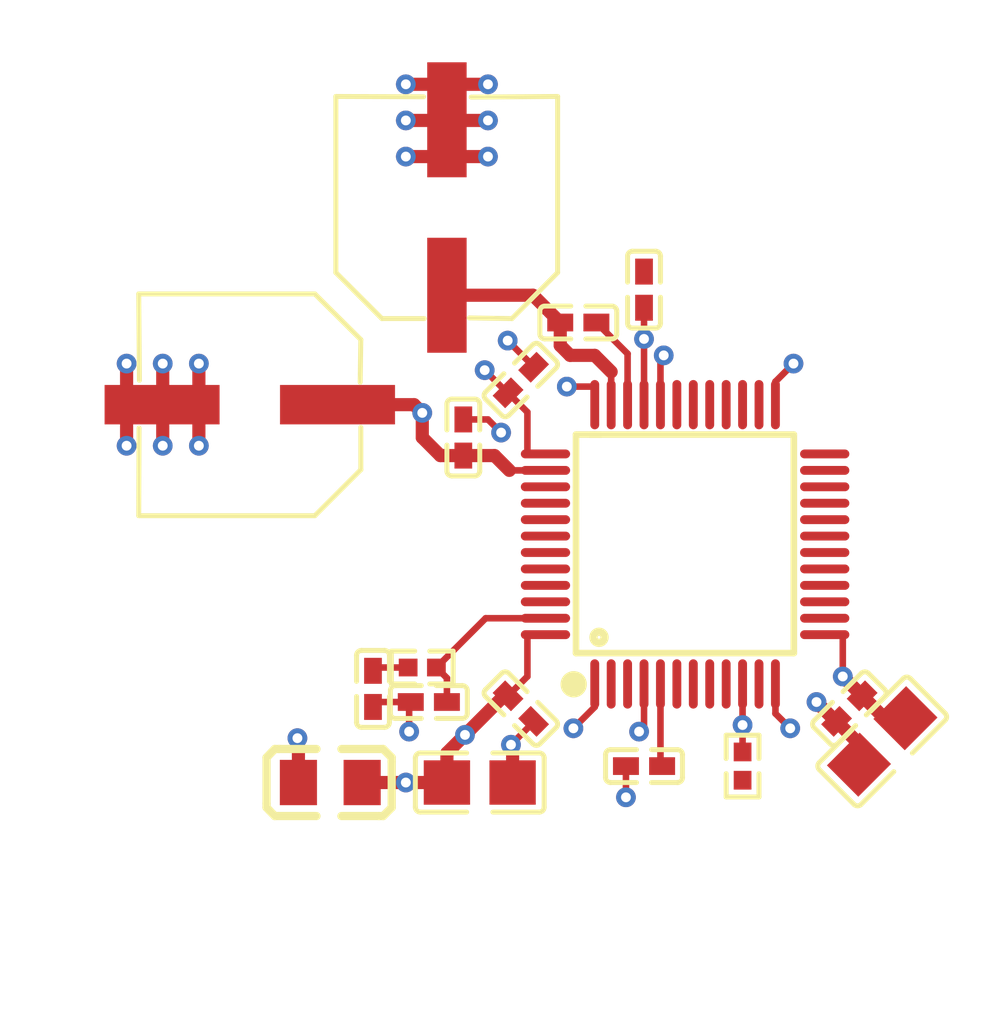
<source format=kicad_pcb>
(kicad_pcb (version 20241229) (generator "atopile") (generator_version "0.12.3")
  (layers (0 "F.Cu" signal) (31 "B.Cu" signal) (34 "B.Paste" user) (35 "F.Paste" user) (36 "B.SilkS" user "B.Silkscreen") (37 "F.SilkS" user "F.Silkscreen") (38 "B.Mask" user) (39 "F.Mask" user) (44 "Edge.Cuts" user))
  (net 0 "")
  (net 1 "nPD_nRST")
  (net 2 "adc_1_left_P")
  (net 3 "i2s_ins[0]-WS")
  (net 4 "i2s_ins[0]-SCK")
  (net 5 "dac_1_left")
  (net 6 "MOSI")
  (net 7 "power_analog-VCC")
  (net 8 "i2s_ins[3]-SD")
  (net 9 "i2s_outs[1]-SD")
  (net 10 "net")
  (net 11 "adc_0_right_P")
  (net 12 "nCLATCH")
  (net 13 "i2s_outs[0]-WS")
  (net 14 "i2s_ins[1]-SD")
  (net 15 "adc_0_right_N")
  (net 16 "dac_3_left")
  (net 17 "MISO")
  (net 18 "adc_1_right_P")
  (net 19 "adc_0_left_N")
  (net 20 "i2s_outs[0]-SD")
  (net 21 "adc_1_left_N")
  (net 22 "dac_1_right")
  (net 23 "GND")
  (net 24 "dac_0_right")
  (net 25 "SCLK")
  (net 26 "i2s_ins[2]-SD")
  (net 27 "dac_0_left")
  (net 28 "MCLKO_XO")
  (net 29 "power_io-VCC")
  (net 30 "adc_0_left_P")
  (net 31 "FILTR")
  (net 32 "i2s_outs[0]-SCK")
  (net 33 "adc_1_right_N")
  (net 34 "LF")
  (net 35 "CM")
  (net 36 "dac_2_right")
  (net 37 "MCLKI_XI")
  (net 38 "i2s_ins[0]-SD")
  (net 39 "dac_3_right")
  (net 40 "dac_2_left")
  (footprint "FH_VHF201209H10NJT:L0805" (layer "F.Cu") (at 29.2 7.25 0)
    (property "Reference" "L1" (hide yes))
    (property "Value" "10nH ±5% 300mA 300mΩ")
    (fp_line (start -0.42 -1.02) (end -1.56 -1.02) (stroke (width 0.25)) (layer "F.SilkS"))
    (fp_line (start -1.56 -1.02) (end -1.69 -1.02) (stroke (width 0.25)) (layer "F.SilkS"))
    (fp_line (start -1.69 -1.02) (end -1.94 -0.76) (stroke (width 0.25)) (layer "F.SilkS"))
    (fp_line (start -1.94 -0.76) (end -1.94 0.64) (stroke (width 0.25)) (layer "F.SilkS"))
    (fp_line (start -1.94 0.64) (end -1.94 0.76) (stroke (width 0.25)) (layer "F.SilkS"))
    (fp_line (start -1.94 0.76) (end -1.69 1.02) (stroke (width 0.25)) (layer "F.SilkS"))
    (fp_line (start -1.69 1.02) (end -0.42 1.02) (stroke (width 0.25)) (layer "F.SilkS"))
    (fp_line (start 0.34 1.02) (end 1.48 1.02) (stroke (width 0.25)) (layer "F.SilkS"))
    (fp_line (start 1.48 1.02) (end 1.61 1.02) (stroke (width 0.25)) (layer "F.SilkS"))
    (fp_line (start 1.61 1.02) (end 1.87 0.76) (stroke (width 0.25)) (layer "F.SilkS"))
    (fp_line (start 1.87 0.76) (end 1.87 -0.63) (stroke (width 0.25)) (layer "F.SilkS"))
    (fp_line (start 1.87 -0.63) (end 1.87 -0.76) (stroke (width 0.25)) (layer "F.SilkS"))
    (fp_line (start 1.87 -0.76) (end 1.61 -1.02) (stroke (width 0.25)) (layer "F.SilkS"))
    (fp_line (start 1.61 -1.02) (end 0.34 -1.02) (stroke (width 0.25)) (layer "F.SilkS"))
    (pad "1" smd rect (at -0.97 0 0) (size 1.13 1.38) (layers "F.Cu" "F.Paste" "F.Mask") (net 29 "power_io-VCC"))
    (pad "2" smd rect (at 0.97 0 0) (size 1.13 1.38) (layers "F.Cu" "F.Paste" "F.Mask") (net 7 "power_analog-VCC"))
  )
  (footprint "Samsung_Electro_Mechanics_CL21A106KAYNNNE:C0805" (layer "F.Cu") (at 33.75 7.25 0)
    (property "Reference" "C3" (hide yes))
    (property "Value" "10µF ±10% 25V X5R")
    (fp_line (start 1.81 -0.9) (end 0.4 -0.9) (stroke (width 0.15)) (layer "F.SilkS"))
    (fp_line (start 0.4 0.9) (end 1.81 0.9) (stroke (width 0.15)) (layer "F.SilkS"))
    (fp_line (start 1.96 0.75) (end 1.96 -0.75) (stroke (width 0.15)) (layer "F.SilkS"))
    (fp_line (start -1.81 -0.9) (end -0.4 -0.9) (stroke (width 0.15)) (layer "F.SilkS"))
    (fp_line (start -0.4 0.9) (end -1.81 0.9) (stroke (width 0.15)) (layer "F.SilkS"))
    (fp_line (start -1.96 0.75) (end -1.96 -0.75) (stroke (width 0.15)) (layer "F.SilkS"))
    (fp_arc (start 1.96 0.75) (mid 1.9160660171779822 0.856066017177982) (end 1.81 0.8999999999999999) (stroke (width 0.15)) (layer "F.SilkS"))
    (fp_arc (start 1.81 -0.9) (mid 1.9160660171779822 -0.8560660171779821) (end 1.96 -0.75) (stroke (width 0.15)) (layer "F.SilkS"))
    (fp_arc (start -1.96 0.75) (mid -1.9160660171779822 0.856066017177982) (end -1.81 0.8999999999999999) (stroke (width 0.15)) (layer "F.SilkS"))
    (fp_arc (start -1.81 -0.9) (mid -1.9160660171779822 -0.8560660171779821) (end -1.96 -0.75) (stroke (width 0.15)) (layer "F.SilkS"))
    (pad "2" smd rect (at 1 0 0) (size 1.41 1.35) (layers "F.Cu" "F.Paste" "F.Mask") (net 23 "GND"))
    (pad "1" smd rect (at -1 0 0) (size 1.41 1.35) (layers "F.Cu" "F.Paste" "F.Mask") (net 7 "power_analog-VCC"))
  )
  (footprint "Samsung_Electro_Mechanics_CL21A106KAYNNNE:C0805" (layer "F.Cu") (at 46 6 -135)
    (property "Reference" "C4" (hide yes))
    (property "Value" "10µF ±10% 25V X5R")
    (fp_line (start 1.81 -0.9) (end 0.4 -0.9) (stroke (width 0.15)) (layer "F.SilkS"))
    (fp_line (start 0.4 0.9) (end 1.81 0.9) (stroke (width 0.15)) (layer "F.SilkS"))
    (fp_line (start 1.96 0.75) (end 1.96 -0.75) (stroke (width 0.15)) (layer "F.SilkS"))
    (fp_line (start -1.81 -0.9) (end -0.4 -0.9) (stroke (width 0.15)) (layer "F.SilkS"))
    (fp_line (start -0.4 0.9) (end -1.81 0.9) (stroke (width 0.15)) (layer "F.SilkS"))
    (fp_line (start -1.96 0.75) (end -1.96 -0.75) (stroke (width 0.15)) (layer "F.SilkS"))
    (fp_arc (start 1.96 0.75) (mid 1.9160660171779822 0.856066017177982) (end 1.81 0.8999999999999999) (stroke (width 0.15)) (layer "F.SilkS"))
    (fp_arc (start 1.81 -0.9) (mid 1.9160660171779822 -0.8560660171779821) (end 1.96 -0.75) (stroke (width 0.15)) (layer "F.SilkS"))
    (fp_arc (start -1.96 0.75) (mid -1.9160660171779822 0.856066017177982) (end -1.81 0.8999999999999999) (stroke (width 0.15)) (layer "F.SilkS"))
    (fp_arc (start -1.81 -0.9) (mid -1.9160660171779822 -0.8560660171779821) (end -1.96 -0.75) (stroke (width 0.15)) (layer "F.SilkS"))
    (pad "2" smd rect (at 1 0 225) (size 1.41 1.35) (layers "F.Cu" "F.Paste" "F.Mask") (net 23 "GND"))
    (pad "1" smd rect (at -1 0 225) (size 1.41 1.35) (layers "F.Cu" "F.Paste" "F.Mask") (net 29 "power_io-VCC"))
  )
  (footprint "UNI_ROYAL_0402WGF1003TCE:R0402" (layer "F.Cu") (at 41.75 6.75 -90)
    (property "Reference" "R2" (hide yes))
    (property "Value" "100kΩ ±1% 62.5mW")
    (fp_line (start -0.23 0.5) (end -0.94 0.5) (stroke (width 0.15)) (layer "F.SilkS"))
    (fp_line (start -0.94 0.5) (end -0.94 -0.5) (stroke (width 0.15)) (layer "F.SilkS"))
    (fp_line (start -0.94 -0.5) (end -0.23 -0.5) (stroke (width 0.15)) (layer "F.SilkS"))
    (fp_line (start 0.23 0.5) (end 0.94 0.5) (stroke (width 0.15)) (layer "F.SilkS"))
    (fp_line (start 0.94 0.5) (end 0.94 -0.5) (stroke (width 0.15)) (layer "F.SilkS"))
    (fp_line (start 0.94 -0.5) (end 0.23 -0.5) (stroke (width 0.15)) (layer "F.SilkS"))
    (pad "2" smd rect (at 0.43 0 270) (size 0.57 0.54) (layers "F.Cu" "F.Paste" "F.Mask") (net 23 "GND"))
    (pad "1" smd rect (at -0.43 0 270) (size 0.57 0.54) (layers "F.Cu" "F.Paste" "F.Mask") (net 1 "nPD_nRST"))
  )
  (footprint "Samsung_Electro_Mechanics_CL05B104KO5NNNC:C0402" (layer "F.Cu") (at 33.25 -3.25 90)
    (property "Reference" "C1" (hide yes))
    (property "Value" "100nF ±10% 16V X7R")
    (fp_line (start 1.02 -0.5) (end 0.23 -0.5) (stroke (width 0.15)) (layer "F.SilkS"))
    (fp_line (start 0.23 0.5) (end 1.02 0.5) (stroke (width 0.15)) (layer "F.SilkS"))
    (fp_line (start 1.17 0.35) (end 1.17 -0.35) (stroke (width 0.15)) (layer "F.SilkS"))
    (fp_line (start -1.02 -0.5) (end -0.23 -0.5) (stroke (width 0.15)) (layer "F.SilkS"))
    (fp_line (start -0.23 0.5) (end -1.02 0.5) (stroke (width 0.15)) (layer "F.SilkS"))
    (fp_line (start -1.17 0.35) (end -1.17 -0.35) (stroke (width 0.15)) (layer "F.SilkS"))
    (fp_arc (start 1.17 0.35) (mid 1.1260660171779822 0.456066017177982) (end 1.02 0.4999999999999999) (stroke (width 0.15)) (layer "F.SilkS"))
    (fp_arc (start 1.02 -0.5) (mid 1.1260660171779822 -0.4560660171779821) (end 1.17 -0.35) (stroke (width 0.15)) (layer "F.SilkS"))
    (fp_arc (start -1.17 0.35) (mid -1.1260660171779822 0.456066017177982) (end -1.02 0.4999999999999999) (stroke (width 0.15)) (layer "F.SilkS"))
    (fp_arc (start -1.02 -0.5) (mid -1.1260660171779822 -0.4560660171779821) (end -1.17 -0.35) (stroke (width 0.15)) (layer "F.SilkS"))
    (pad "2" smd rect (at 0.55 0 90) (size 0.79 0.54) (layers "F.Cu" "F.Paste" "F.Mask") (net 23 "GND"))
    (pad "1" smd rect (at -0.55 0 90) (size 0.79 0.54) (layers "F.Cu" "F.Paste" "F.Mask") (net 35 "CM"))
  )
  (footprint "KNSCHA_RVE47UF35V67RV0167:CAP-SMD_BD6.3-L6.6-W6.6-LS7.6-FD" (layer "F.Cu") (at 26.75 -4.25 180)
    (property "Reference" "C2" (hide yes))
    (property "Value" "47µF ±20% 35V")
    (fp_line (start 3.36 0.74) (end 3.38 3.37) (stroke (width 0.15)) (layer "F.SilkS"))
    (fp_line (start 3.38 3.37) (end -1.98 3.37) (stroke (width 0.15)) (layer "F.SilkS"))
    (fp_line (start -1.98 3.37) (end -3.38 1.98) (stroke (width 0.15)) (layer "F.SilkS"))
    (fp_line (start -3.38 1.98) (end -3.36 0.68) (stroke (width 0.15)) (layer "F.SilkS"))
    (fp_line (start 3.37 -0.71) (end 3.38 -3.38) (stroke (width 0.15)) (layer "F.SilkS"))
    (fp_line (start 3.38 -3.38) (end -1.98 -3.38) (stroke (width 0.15)) (layer "F.SilkS"))
    (fp_line (start -1.98 -3.38) (end -3.38 -1.98) (stroke (width 0.15)) (layer "F.SilkS"))
    (fp_line (start -3.38 -1.98) (end -3.38 -0.69) (stroke (width 0.15)) (layer "F.SilkS"))
    (pad "1" smd rect (at -2.67 0 180) (size 3.5 1.2) (layers "F.Cu" "F.Paste" "F.Mask") (net 35 "CM"))
    (pad "2" smd rect (at 2.67 0 180) (size 3.5 1.2) (layers "F.Cu" "F.Paste" "F.Mask") (net 23 "GND"))
  )
  (footprint "Samsung_Electro_Mechanics_CL05B104KO5NNNC:C0402" (layer "F.Cu") (at 35 -5 45)
    (property "Reference" "C5" (hide yes))
    (property "Value" "100nF ±10% 16V X7R")
    (fp_line (start 1.02 -0.5) (end 0.23 -0.5) (stroke (width 0.15)) (layer "F.SilkS"))
    (fp_line (start 0.23 0.5) (end 1.02 0.5) (stroke (width 0.15)) (layer "F.SilkS"))
    (fp_line (start 1.17 0.35) (end 1.17 -0.35) (stroke (width 0.15)) (layer "F.SilkS"))
    (fp_line (start -1.02 -0.5) (end -0.23 -0.5) (stroke (width 0.15)) (layer "F.SilkS"))
    (fp_line (start -0.23 0.5) (end -1.02 0.5) (stroke (width 0.15)) (layer "F.SilkS"))
    (fp_line (start -1.17 0.35) (end -1.17 -0.35) (stroke (width 0.15)) (layer "F.SilkS"))
    (fp_arc (start 1.17 0.35) (mid 1.1260660171779822 0.456066017177982) (end 1.02 0.4999999999999999) (stroke (width 0.15)) (layer "F.SilkS"))
    (fp_arc (start 1.02 -0.5) (mid 1.1260660171779822 -0.4560660171779821) (end 1.17 -0.35) (stroke (width 0.15)) (layer "F.SilkS"))
    (fp_arc (start -1.17 0.35) (mid -1.1260660171779822 0.456066017177982) (end -1.02 0.4999999999999999) (stroke (width 0.15)) (layer "F.SilkS"))
    (fp_arc (start -1.02 -0.5) (mid -1.1260660171779822 -0.4560660171779821) (end -1.17 -0.35) (stroke (width 0.15)) (layer "F.SilkS"))
    (pad "2" smd rect (at 0.55 0 45) (size 0.79 0.54) (layers "F.Cu" "F.Paste" "F.Mask") (net 23 "GND"))
    (pad "1" smd rect (at -0.55 0 45) (size 0.79 0.54) (layers "F.Cu" "F.Paste" "F.Mask") (net 7 "power_analog-VCC"))
  )
  (footprint "Samsung_Electro_Mechanics_CL05B104KO5NNNC:C0402" (layer "F.Cu") (at 38.75 -7.75 90)
    (property "Reference" "C6" (hide yes))
    (property "Value" "100nF ±10% 16V X7R")
    (fp_line (start 1.02 -0.5) (end 0.23 -0.5) (stroke (width 0.15)) (layer "F.SilkS"))
    (fp_line (start 0.23 0.5) (end 1.02 0.5) (stroke (width 0.15)) (layer "F.SilkS"))
    (fp_line (start 1.17 0.35) (end 1.17 -0.35) (stroke (width 0.15)) (layer "F.SilkS"))
    (fp_line (start -1.02 -0.5) (end -0.23 -0.5) (stroke (width 0.15)) (layer "F.SilkS"))
    (fp_line (start -0.23 0.5) (end -1.02 0.5) (stroke (width 0.15)) (layer "F.SilkS"))
    (fp_line (start -1.17 0.35) (end -1.17 -0.35) (stroke (width 0.15)) (layer "F.SilkS"))
    (fp_arc (start 1.17 0.35) (mid 1.1260660171779822 0.456066017177982) (end 1.02 0.4999999999999999) (stroke (width 0.15)) (layer "F.SilkS"))
    (fp_arc (start 1.02 -0.5) (mid 1.1260660171779822 -0.4560660171779821) (end 1.17 -0.35) (stroke (width 0.15)) (layer "F.SilkS"))
    (fp_arc (start -1.17 0.35) (mid -1.1260660171779822 0.456066017177982) (end -1.02 0.4999999999999999) (stroke (width 0.15)) (layer "F.SilkS"))
    (fp_arc (start -1.02 -0.5) (mid -1.1260660171779822 -0.4560660171779821) (end -1.17 -0.35) (stroke (width 0.15)) (layer "F.SilkS"))
    (pad "2" smd rect (at 0.55 0 90) (size 0.79 0.54) (layers "F.Cu" "F.Paste" "F.Mask") (net 23 "GND"))
    (pad "1" smd rect (at -0.55 0 90) (size 0.79 0.54) (layers "F.Cu" "F.Paste" "F.Mask") (net 7 "power_analog-VCC"))
  )
  (footprint "Samsung_Electro_Mechanics_CL05B104KO5NNNC:C0402" (layer "F.Cu") (at 38.75 6.75 180)
    (property "Reference" "C7" (hide yes))
    (property "Value" "100nF ±10% 16V X7R")
    (fp_line (start 1.02 -0.5) (end 0.23 -0.5) (stroke (width 0.15)) (layer "F.SilkS"))
    (fp_line (start 0.23 0.5) (end 1.02 0.5) (stroke (width 0.15)) (layer "F.SilkS"))
    (fp_line (start 1.17 0.35) (end 1.17 -0.35) (stroke (width 0.15)) (layer "F.SilkS"))
    (fp_line (start -1.02 -0.5) (end -0.23 -0.5) (stroke (width 0.15)) (layer "F.SilkS"))
    (fp_line (start -0.23 0.5) (end -1.02 0.5) (stroke (width 0.15)) (layer "F.SilkS"))
    (fp_line (start -1.17 0.35) (end -1.17 -0.35) (stroke (width 0.15)) (layer "F.SilkS"))
    (fp_arc (start 1.17 0.35) (mid 1.1260660171779822 0.456066017177982) (end 1.02 0.4999999999999999) (stroke (width 0.15)) (layer "F.SilkS"))
    (fp_arc (start 1.02 -0.5) (mid 1.1260660171779822 -0.4560660171779821) (end 1.17 -0.35) (stroke (width 0.15)) (layer "F.SilkS"))
    (fp_arc (start -1.17 0.35) (mid -1.1260660171779822 0.456066017177982) (end -1.02 0.4999999999999999) (stroke (width 0.15)) (layer "F.SilkS"))
    (fp_arc (start -1.02 -0.5) (mid -1.1260660171779822 -0.4560660171779821) (end -1.17 -0.35) (stroke (width 0.15)) (layer "F.SilkS"))
    (pad "2" smd rect (at 0.55 0 180) (size 0.79 0.54) (layers "F.Cu" "F.Paste" "F.Mask") (net 23 "GND"))
    (pad "1" smd rect (at -0.55 0 180) (size 0.79 0.54) (layers "F.Cu" "F.Paste" "F.Mask") (net 7 "power_analog-VCC"))
  )
  (footprint "Samsung_Electro_Mechanics_CL05B104KO5NNNC:C0402" (layer "F.Cu") (at 35 5 -45)
    (property "Reference" "C8" (hide yes))
    (property "Value" "100nF ±10% 16V X7R")
    (fp_line (start 1.02 -0.5) (end 0.23 -0.5) (stroke (width 0.15)) (layer "F.SilkS"))
    (fp_line (start 0.23 0.5) (end 1.02 0.5) (stroke (width 0.15)) (layer "F.SilkS"))
    (fp_line (start 1.17 0.35) (end 1.17 -0.35) (stroke (width 0.15)) (layer "F.SilkS"))
    (fp_line (start -1.02 -0.5) (end -0.23 -0.5) (stroke (width 0.15)) (layer "F.SilkS"))
    (fp_line (start -0.23 0.5) (end -1.02 0.5) (stroke (width 0.15)) (layer "F.SilkS"))
    (fp_line (start -1.17 0.35) (end -1.17 -0.35) (stroke (width 0.15)) (layer "F.SilkS"))
    (fp_arc (start 1.17 0.35) (mid 1.1260660171779822 0.456066017177982) (end 1.02 0.4999999999999999) (stroke (width 0.15)) (layer "F.SilkS"))
    (fp_arc (start 1.02 -0.5) (mid 1.1260660171779822 -0.4560660171779821) (end 1.17 -0.35) (stroke (width 0.15)) (layer "F.SilkS"))
    (fp_arc (start -1.17 0.35) (mid -1.1260660171779822 0.456066017177982) (end -1.02 0.4999999999999999) (stroke (width 0.15)) (layer "F.SilkS"))
    (fp_arc (start -1.02 -0.5) (mid -1.1260660171779822 -0.4560660171779821) (end -1.17 -0.35) (stroke (width 0.15)) (layer "F.SilkS"))
    (pad "2" smd rect (at 0.55 0 315) (size 0.79 0.54) (layers "F.Cu" "F.Paste" "F.Mask") (net 23 "GND"))
    (pad "1" smd rect (at -0.55 0 315) (size 0.79 0.54) (layers "F.Cu" "F.Paste" "F.Mask") (net 7 "power_analog-VCC"))
  )
  (footprint "Samsung_Electro_Mechanics_CL05B104KO5NNNC:C0402" (layer "F.Cu") (at 45 5 -135)
    (property "Reference" "C9" (hide yes))
    (property "Value" "100nF ±10% 16V X7R")
    (fp_line (start 1.02 -0.5) (end 0.23 -0.5) (stroke (width 0.15)) (layer "F.SilkS"))
    (fp_line (start 0.23 0.5) (end 1.02 0.5) (stroke (width 0.15)) (layer "F.SilkS"))
    (fp_line (start 1.17 0.35) (end 1.17 -0.35) (stroke (width 0.15)) (layer "F.SilkS"))
    (fp_line (start -1.02 -0.5) (end -0.23 -0.5) (stroke (width 0.15)) (layer "F.SilkS"))
    (fp_line (start -0.23 0.5) (end -1.02 0.5) (stroke (width 0.15)) (layer "F.SilkS"))
    (fp_line (start -1.17 0.35) (end -1.17 -0.35) (stroke (width 0.15)) (layer "F.SilkS"))
    (fp_arc (start 1.17 0.35) (mid 1.1260660171779822 0.456066017177982) (end 1.02 0.4999999999999999) (stroke (width 0.15)) (layer "F.SilkS"))
    (fp_arc (start 1.02 -0.5) (mid 1.1260660171779822 -0.4560660171779821) (end 1.17 -0.35) (stroke (width 0.15)) (layer "F.SilkS"))
    (fp_arc (start -1.17 0.35) (mid -1.1260660171779822 0.456066017177982) (end -1.02 0.4999999999999999) (stroke (width 0.15)) (layer "F.SilkS"))
    (fp_arc (start -1.02 -0.5) (mid -1.1260660171779822 -0.4560660171779821) (end -1.17 -0.35) (stroke (width 0.15)) (layer "F.SilkS"))
    (pad "2" smd rect (at 0.55 0 225) (size 0.79 0.54) (layers "F.Cu" "F.Paste" "F.Mask") (net 23 "GND"))
    (pad "1" smd rect (at -0.55 0 225) (size 0.79 0.54) (layers "F.Cu" "F.Paste" "F.Mask") (net 29 "power_io-VCC"))
  )
  (footprint "Analog_Devices_AD1938WBSTZ_RL:LQFP-48_L7.0-W7.0-P0.50-LS9.0-BL" (layer "F.Cu") (at 40 0 0)
    (property "Reference" "U1" (hide yes))
    (property "Value" "")
    (fp_line (start -2.89 -3.34) (end 3.31 -3.34) (stroke (width 0.2)) (layer "F.SilkS"))
    (fp_line (start 3.31 -3.34) (end 3.31 3.31) (stroke (width 0.2)) (layer "F.SilkS"))
    (fp_line (start 3.31 3.31) (end -3.32 3.31) (stroke (width 0.2)) (layer "F.SilkS"))
    (fp_line (start -3.32 3.31) (end -3.32 -3.34) (stroke (width 0.2)) (layer "F.SilkS"))
    (fp_line (start -3.32 -3.34) (end -2.56 -3.34) (stroke (width 0.2)) (layer "F.SilkS"))
    (fp_arc (start -3.38 4.06) (mid -3.3949882924959445 4.460187704262712) (end -3.390026543879748 4.059750157814238) (stroke (width 0.4)) (layer "F.SilkS"))
    (fp_circle (center -2.62 2.83) (end -2.45 2.83) (stroke (width 0.25)) (fill no) (layer "F.SilkS"))
    (pad "1" smd oval (at -2.75 4.25 0) (size 0.27 1.5) (layers "F.Cu" "F.Paste" "F.Mask") (net 23 "GND"))
    (pad "2" smd oval (at -2.25 4.25 0) (size 0.27 1.5) (layers "F.Cu" "F.Paste" "F.Mask") (net 37 "MCLKI_XI"))
    (pad "3" smd oval (at -1.75 4.25 0) (size 0.27 1.5) (layers "F.Cu" "F.Paste" "F.Mask") (net 28 "MCLKO_XO"))
    (pad "4" smd oval (at -1.25 4.25 0) (size 0.27 1.5) (layers "F.Cu" "F.Paste" "F.Mask") (net 23 "GND"))
    (pad "5" smd oval (at -0.75 4.25 0) (size 0.27 1.5) (layers "F.Cu" "F.Paste" "F.Mask") (net 7 "power_analog-VCC"))
    (pad "6" smd oval (at -0.25 4.25 0) (size 0.27 1.5) (layers "F.Cu" "F.Paste" "F.Mask") (net 40 "dac_2_left"))
    (pad "7" smd oval (at 0.25 4.25 0) (size 0.27 1.5) (layers "F.Cu" "F.Paste" "F.Mask") (net 36 "dac_2_right"))
    (pad "8" smd oval (at 0.75 4.25 0) (size 0.27 1.5) (layers "F.Cu" "F.Paste" "F.Mask") (net 16 "dac_3_left"))
    (pad "9" smd oval (at 1.25 4.25 0) (size 0.27 1.5) (layers "F.Cu" "F.Paste" "F.Mask") (net 39 "dac_3_right"))
    (pad "10" smd oval (at 1.75 4.25 0) (size 0.27 1.5) (layers "F.Cu" "F.Paste" "F.Mask") (net 1 "nPD_nRST"))
    (pad "11" smd oval (at 2.25 4.25 0) (size 0.27 1.5) (layers "F.Cu" "F.Paste" "F.Mask") (net 8 "i2s_ins[3]-SD"))
    (pad "12" smd oval (at 2.75 4.25 0) (size 0.27 1.5) (layers "F.Cu" "F.Paste" "F.Mask") (net 23 "GND"))
    (pad "13" smd oval (at 4.25 2.75 0) (size 1.5 0.27) (layers "F.Cu" "F.Paste" "F.Mask") (net 29 "power_io-VCC"))
    (pad "14" smd oval (at 4.25 2.25 0) (size 1.5 0.27) (layers "F.Cu" "F.Paste" "F.Mask") (net 26 "i2s_ins[2]-SD"))
    (pad "15" smd oval (at 4.25 1.75 0) (size 1.5 0.27) (layers "F.Cu" "F.Paste" "F.Mask") (net 14 "i2s_ins[1]-SD"))
    (pad "16" smd oval (at 4.25 1.25 0) (size 1.5 0.27) (layers "F.Cu" "F.Paste" "F.Mask") (net 38 "i2s_ins[0]-SD"))
    (pad "17" smd oval (at 4.25 0.75 0) (size 1.5 0.27) (layers "F.Cu" "F.Paste" "F.Mask") (net 4 "i2s_ins[0]-SCK"))
    (pad "18" smd oval (at 4.25 0.25 0) (size 1.5 0.27) (layers "F.Cu" "F.Paste" "F.Mask") (net 3 "i2s_ins[0]-WS"))
    (pad "19" smd oval (at 4.25 -0.25 0) (size 1.5 0.27) (layers "F.Cu" "F.Paste" "F.Mask") (net 9 "i2s_outs[1]-SD"))
    (pad "20" smd oval (at 4.25 -0.75 0) (size 1.5 0.27) (layers "F.Cu" "F.Paste" "F.Mask") (net 20 "i2s_outs[0]-SD"))
    (pad "21" smd oval (at 4.25 -1.25 0) (size 1.5 0.27) (layers "F.Cu" "F.Paste" "F.Mask") (net 32 "i2s_outs[0]-SCK"))
    (pad "22" smd oval (at 4.25 -1.75 0) (size 1.5 0.27) (layers "F.Cu" "F.Paste" "F.Mask") (net 13 "i2s_outs[0]-WS"))
    (pad "23" smd oval (at 4.25 -2.25 0) (size 1.5 0.27) (layers "F.Cu" "F.Paste" "F.Mask") (net 17 "MISO"))
    (pad "24" smd oval (at 4.25 -2.75 0) (size 1.5 0.27) (layers "F.Cu" "F.Paste" "F.Mask") (net 6 "MOSI"))
    (pad "25" smd oval (at 2.75 -4.25 0) (size 0.27 1.5) (layers "F.Cu" "F.Paste" "F.Mask") (net 23 "GND"))
    (pad "26" smd oval (at 2.25 -4.25 0) (size 0.27 1.5) (layers "F.Cu" "F.Paste" "F.Mask") (net 25 "SCLK"))
    (pad "27" smd oval (at 1.75 -4.25 0) (size 0.27 1.5) (layers "F.Cu" "F.Paste" "F.Mask") (net 12 "nCLATCH"))
    (pad "28" smd oval (at 1.25 -4.25 0) (size 0.27 1.5) (layers "F.Cu" "F.Paste" "F.Mask") (net 27 "dac_0_left"))
    (pad "29" smd oval (at 0.75 -4.25 0) (size 0.27 1.5) (layers "F.Cu" "F.Paste" "F.Mask") (net 24 "dac_0_right"))
    (pad "30" smd oval (at 0.25 -4.25 0) (size 0.27 1.5) (layers "F.Cu" "F.Paste" "F.Mask") (net 5 "dac_1_left"))
    (pad "31" smd oval (at -0.25 -4.25 0) (size 0.27 1.5) (layers "F.Cu" "F.Paste" "F.Mask") (net 22 "dac_1_right"))
    (pad "32" smd oval (at -0.75 -4.25 0) (size 0.27 1.5) (layers "F.Cu" "F.Paste" "F.Mask") (net 23 "GND"))
    (pad "33" smd oval (at -1.25 -4.25 0) (size 0.27 1.5) (layers "F.Cu" "F.Paste" "F.Mask") (net 7 "power_analog-VCC"))
    (pad "34" smd oval (at -1.75 -4.25 0) (size 0.27 1.5) (layers "F.Cu" "F.Paste" "F.Mask") (net 23 "GND"))
    (pad "35" smd oval (at -2.25 -4.25 0) (size 0.27 1.5) (layers "F.Cu" "F.Paste" "F.Mask") (net 31 "FILTR"))
    (pad "36" smd oval (at -2.75 -4.25 0) (size 0.27 1.5) (layers "F.Cu" "F.Paste" "F.Mask") (net 23 "GND"))
    (pad "37" smd oval (at -4.25 -2.75 0) (size 1.5 0.27) (layers "F.Cu" "F.Paste" "F.Mask") (net 7 "power_analog-VCC"))
    (pad "38" smd oval (at -4.25 -2.25 0) (size 1.5 0.27) (layers "F.Cu" "F.Paste" "F.Mask") (net 35 "CM"))
    (pad "39" smd oval (at -4.25 -1.75 0) (size 1.5 0.27) (layers "F.Cu" "F.Paste" "F.Mask") (net 19 "adc_0_left_N"))
    (pad "40" smd oval (at -4.25 -1.25 0) (size 1.5 0.27) (layers "F.Cu" "F.Paste" "F.Mask") (net 30 "adc_0_left_P"))
    (pad "41" smd oval (at -4.25 -0.75 0) (size 1.5 0.27) (layers "F.Cu" "F.Paste" "F.Mask") (net 15 "adc_0_right_N"))
    (pad "42" smd oval (at -4.25 -0.25 0) (size 1.5 0.27) (layers "F.Cu" "F.Paste" "F.Mask") (net 11 "adc_0_right_P"))
    (pad "43" smd oval (at -4.25 0.25 0) (size 1.5 0.27) (layers "F.Cu" "F.Paste" "F.Mask") (net 21 "adc_1_left_N"))
    (pad "44" smd oval (at -4.25 0.75 0) (size 1.5 0.27) (layers "F.Cu" "F.Paste" "F.Mask") (net 2 "adc_1_left_P"))
    (pad "45" smd oval (at -4.25 1.25 0) (size 1.5 0.27) (layers "F.Cu" "F.Paste" "F.Mask") (net 33 "adc_1_right_N"))
    (pad "46" smd oval (at -4.25 1.75 0) (size 1.5 0.27) (layers "F.Cu" "F.Paste" "F.Mask") (net 18 "adc_1_right_P"))
    (pad "47" smd oval (at -4.25 2.25 0) (size 1.5 0.27) (layers "F.Cu" "F.Paste" "F.Mask") (net 34 "LF"))
    (pad "48" smd oval (at -4.25 2.75 0) (size 1.5 0.27) (layers "F.Cu" "F.Paste" "F.Mask") (net 7 "power_analog-VCC"))
  )
  (footprint "YAGEO_CC0402KRX7R9BB562:C0402" (layer "F.Cu") (at 30.5 4.4 -90)
    (property "Reference" "C10" (hide yes))
    (property "Value" "5.6nF ±10% 50V X7R")
    (fp_line (start 1.02 -0.5) (end 0.23 -0.5) (stroke (width 0.15)) (layer "F.SilkS"))
    (fp_line (start 0.23 0.5) (end 1.02 0.5) (stroke (width 0.15)) (layer "F.SilkS"))
    (fp_line (start 1.17 0.35) (end 1.17 -0.35) (stroke (width 0.15)) (layer "F.SilkS"))
    (fp_line (start -1.02 -0.5) (end -0.23 -0.5) (stroke (width 0.15)) (layer "F.SilkS"))
    (fp_line (start -0.23 0.5) (end -1.02 0.5) (stroke (width 0.15)) (layer "F.SilkS"))
    (fp_line (start -1.17 0.35) (end -1.17 -0.35) (stroke (width 0.15)) (layer "F.SilkS"))
    (fp_arc (start 1.17 0.35) (mid 1.1260660171779822 0.456066017177982) (end 1.02 0.4999999999999999) (stroke (width 0.15)) (layer "F.SilkS"))
    (fp_arc (start 1.02 -0.5) (mid 1.1260660171779822 -0.4560660171779821) (end 1.17 -0.35) (stroke (width 0.15)) (layer "F.SilkS"))
    (fp_arc (start -1.17 0.35) (mid -1.1260660171779822 0.456066017177982) (end -1.02 0.4999999999999999) (stroke (width 0.15)) (layer "F.SilkS"))
    (fp_arc (start -1.02 -0.5) (mid -1.1260660171779822 -0.4560660171779821) (end -1.17 -0.35) (stroke (width 0.15)) (layer "F.SilkS"))
    (pad "2" smd rect (at 0.55 0 270) (size 0.79 0.54) (layers "F.Cu" "F.Paste" "F.Mask") (net 23 "GND"))
    (pad "1" smd rect (at -0.55 0 270) (size 0.79 0.54) (layers "F.Cu" "F.Paste" "F.Mask") (net 10 "net"))
  )
  (footprint "Samsung_Electro_Mechanics_CL05B391KB5NNNC:C0402" (layer "F.Cu") (at 32.2 4.8 180)
    (property "Reference" "C11" (hide yes))
    (property "Value" "390pF ±10% 50V X7R")
    (fp_line (start 1.02 -0.5) (end 0.23 -0.5) (stroke (width 0.15)) (layer "F.SilkS"))
    (fp_line (start 0.23 0.5) (end 1.02 0.5) (stroke (width 0.15)) (layer "F.SilkS"))
    (fp_line (start 1.17 0.35) (end 1.17 -0.35) (stroke (width 0.15)) (layer "F.SilkS"))
    (fp_line (start -1.02 -0.5) (end -0.23 -0.5) (stroke (width 0.15)) (layer "F.SilkS"))
    (fp_line (start -0.23 0.5) (end -1.02 0.5) (stroke (width 0.15)) (layer "F.SilkS"))
    (fp_line (start -1.17 0.35) (end -1.17 -0.35) (stroke (width 0.15)) (layer "F.SilkS"))
    (fp_arc (start 1.17 0.35) (mid 1.1260660171779822 0.456066017177982) (end 1.02 0.4999999999999999) (stroke (width 0.15)) (layer "F.SilkS"))
    (fp_arc (start 1.02 -0.5) (mid 1.1260660171779822 -0.4560660171779821) (end 1.17 -0.35) (stroke (width 0.15)) (layer "F.SilkS"))
    (fp_arc (start -1.17 0.35) (mid -1.1260660171779822 0.456066017177982) (end -1.02 0.4999999999999999) (stroke (width 0.15)) (layer "F.SilkS"))
    (fp_arc (start -1.02 -0.5) (mid -1.1260660171779822 -0.4560660171779821) (end -1.17 -0.35) (stroke (width 0.15)) (layer "F.SilkS"))
    (pad "2" smd rect (at 0.55 0 180) (size 0.79 0.54) (layers "F.Cu" "F.Paste" "F.Mask") (net 23 "GND"))
    (pad "1" smd rect (at -0.55 0 180) (size 0.79 0.54) (layers "F.Cu" "F.Paste" "F.Mask") (net 34 "LF"))
  )
  (footprint "YAGEO_RC0402FR_07560RL:R0402" (layer "F.Cu") (at 32 3.75 180)
    (property "Reference" "R1" (hide yes))
    (property "Value" "560Ω ±1% 62.5mW")
    (fp_line (start -0.23 0.5) (end -0.94 0.5) (stroke (width 0.15)) (layer "F.SilkS"))
    (fp_line (start -0.94 0.5) (end -0.94 -0.5) (stroke (width 0.15)) (layer "F.SilkS"))
    (fp_line (start -0.94 -0.5) (end -0.23 -0.5) (stroke (width 0.15)) (layer "F.SilkS"))
    (fp_line (start 0.23 0.5) (end 0.94 0.5) (stroke (width 0.15)) (layer "F.SilkS"))
    (fp_line (start 0.94 0.5) (end 0.94 -0.5) (stroke (width 0.15)) (layer "F.SilkS"))
    (fp_line (start 0.94 -0.5) (end 0.23 -0.5) (stroke (width 0.15)) (layer "F.SilkS"))
    (pad "2" smd rect (at 0.43 0 180) (size 0.57 0.54) (layers "F.Cu" "F.Paste" "F.Mask") (net 10 "net"))
    (pad "1" smd rect (at -0.43 0 180) (size 0.57 0.54) (layers "F.Cu" "F.Paste" "F.Mask") (net 34 "LF"))
  )
  (footprint "Samsung_Electro_Mechanics_CL05B104KO5NNNC:C0402" (layer "F.Cu") (at 36.75 -6.75 0)
    (property "Reference" "C12" (hide yes))
    (property "Value" "100nF ±10% 16V X7R")
    (fp_line (start 1.02 -0.5) (end 0.23 -0.5) (stroke (width 0.15)) (layer "F.SilkS"))
    (fp_line (start 0.23 0.5) (end 1.02 0.5) (stroke (width 0.15)) (layer "F.SilkS"))
    (fp_line (start 1.17 0.35) (end 1.17 -0.35) (stroke (width 0.15)) (layer "F.SilkS"))
    (fp_line (start -1.02 -0.5) (end -0.23 -0.5) (stroke (width 0.15)) (layer "F.SilkS"))
    (fp_line (start -0.23 0.5) (end -1.02 0.5) (stroke (width 0.15)) (layer "F.SilkS"))
    (fp_line (start -1.17 0.35) (end -1.17 -0.35) (stroke (width 0.15)) (layer "F.SilkS"))
    (fp_arc (start 1.17 0.35) (mid 1.1260660171779822 0.456066017177982) (end 1.02 0.4999999999999999) (stroke (width 0.15)) (layer "F.SilkS"))
    (fp_arc (start 1.02 -0.5) (mid 1.1260660171779822 -0.4560660171779821) (end 1.17 -0.35) (stroke (width 0.15)) (layer "F.SilkS"))
    (fp_arc (start -1.17 0.35) (mid -1.1260660171779822 0.456066017177982) (end -1.02 0.4999999999999999) (stroke (width 0.15)) (layer "F.SilkS"))
    (fp_arc (start -1.02 -0.5) (mid -1.1260660171779822 -0.4560660171779821) (end -1.17 -0.35) (stroke (width 0.15)) (layer "F.SilkS"))
    (pad "2" smd rect (at 0.55 0 0) (size 0.79 0.54) (layers "F.Cu" "F.Paste" "F.Mask") (net 23 "GND"))
    (pad "1" smd rect (at -0.55 0 0) (size 0.79 0.54) (layers "F.Cu" "F.Paste" "F.Mask") (net 31 "FILTR"))
  )
  (footprint "KNSCHA_RVE47UF35V67RV0167:CAP-SMD_BD6.3-L6.6-W6.6-LS7.6-FD" (layer "F.Cu") (at 32.75 -10.25 90)
    (property "Reference" "C13" (hide yes))
    (property "Value" "47µF ±20% 35V")
    (fp_line (start 3.36 0.74) (end 3.38 3.37) (stroke (width 0.15)) (layer "F.SilkS"))
    (fp_line (start 3.38 3.37) (end -1.98 3.37) (stroke (width 0.15)) (layer "F.SilkS"))
    (fp_line (start -1.98 3.37) (end -3.38 1.98) (stroke (width 0.15)) (layer "F.SilkS"))
    (fp_line (start -3.38 1.98) (end -3.36 0.68) (stroke (width 0.15)) (layer "F.SilkS"))
    (fp_line (start 3.37 -0.71) (end 3.38 -3.38) (stroke (width 0.15)) (layer "F.SilkS"))
    (fp_line (start 3.38 -3.38) (end -1.98 -3.38) (stroke (width 0.15)) (layer "F.SilkS"))
    (fp_line (start -1.98 -3.38) (end -3.38 -1.98) (stroke (width 0.15)) (layer "F.SilkS"))
    (fp_line (start -3.38 -1.98) (end -3.38 -0.69) (stroke (width 0.15)) (layer "F.SilkS"))
    (pad "1" smd rect (at -2.67 0 90) (size 3.5 1.2) (layers "F.Cu" "F.Paste" "F.Mask") (net 31 "FILTR"))
    (pad "2" smd rect (at 2.67 0 90) (size 3.5 1.2) (layers "F.Cu" "F.Paste" "F.Mask") (net 23 "GND"))
  )
  (via (at 31.5 7.25) (size 0.6) (drill 0.3) (layers "F.Cu" "B.Cu") (net 7))
  (via (at 38.75 -6.25) (size 0.6) (drill 0.3) (layers "F.Cu" "B.Cu") (net 7))
  (via (at 33.9 -5.3) (size 0.6) (drill 0.3) (layers "F.Cu" "B.Cu") (net 7))
  (via (at 33.3 5.8) (size 0.6) (drill 0.3) (layers "F.Cu" "B.Cu") (net 7))
  (via (at 32 -4) (size 0.6) (drill 0.3) (layers "F.Cu" "B.Cu") (net 35))
  (via (at 44 4.8) (size 0.6) (drill 0.3) (layers "F.Cu" "B.Cu") (net 23))
  (via (at 38.6 5.7) (size 0.6) (drill 0.3) (layers "F.Cu" "B.Cu") (net 23))
  (via (at 34.7 6.1) (size 0.6) (drill 0.3) (layers "F.Cu" "B.Cu") (net 23))
  (via (at 34 -11.8) (size 0.6) (drill 0.3) (layers "F.Cu" "B.Cu") (net 23))
  (via (at 43.3 -5.5) (size 0.6) (drill 0.3) (layers "F.Cu" "B.Cu") (net 23))
  (via (at 39.35 -5.75) (size 0.6) (drill 0.3) (layers "F.Cu" "B.Cu") (net 23))
  (via (at 33.999999 -12.9) (size 0.6) (drill 0.3) (layers "F.Cu" "B.Cu") (net 23))
  (via (at 31.6 5.7) (size 0.6) (drill 0.3) (layers "F.Cu" "B.Cu") (net 23))
  (via (at 25.2 -5.5) (size 0.6) (drill 0.3) (layers "F.Cu" "B.Cu") (net 23))
  (via (at 23 -5.5) (size 0.6) (drill 0.3) (layers "F.Cu" "B.Cu") (net 23))
  (via (at 38.2 7.7) (size 0.6) (drill 0.3) (layers "F.Cu" "B.Cu") (net 23))
  (via (at 24.1 -5.5) (size 0.6) (drill 0.3) (layers "F.Cu" "B.Cu") (net 23))
  (via (at 31.500000999999997 -12.9) (size 0.6) (drill 0.3) (layers "F.Cu" "B.Cu") (net 23))
  (via (at 34.6 -6.2) (size 0.6) (drill 0.3) (layers "F.Cu" "B.Cu") (net 23))
  (via (at 34 -14) (size 0.6) (drill 0.3) (layers "F.Cu" "B.Cu") (net 23))
  (via (at 43.2 5.6) (size 0.6) (drill 0.3) (layers "F.Cu" "B.Cu") (net 23))
  (via (at 25.2 -3) (size 0.6) (drill 0.3) (layers "F.Cu" "B.Cu") (net 23))
  (via (at 31.5 -11.8) (size 0.6) (drill 0.3) (layers "F.Cu" "B.Cu") (net 23))
  (via (at 36.4 -4.8) (size 0.6) (drill 0.3) (layers "F.Cu" "B.Cu") (net 23))
  (via (at 34.4 -3.4) (size 0.6) (drill 0.3) (layers "F.Cu" "B.Cu") (net 23))
  (via (at 24.1 -3) (size 0.6) (drill 0.3) (layers "F.Cu" "B.Cu") (net 23))
  (via (at 36.6 5.6) (size 0.6) (drill 0.3) (layers "F.Cu" "B.Cu") (net 23))
  (via (at 31.5 -14) (size 0.6) (drill 0.3) (layers "F.Cu" "B.Cu") (net 23))
  (via (at 23 -3) (size 0.6) (drill 0.3) (layers "F.Cu" "B.Cu") (net 23))
  (via (at 44.8 4.022182) (size 0.6) (drill 0.3) (layers "F.Cu" "B.Cu") (net 29))
  (via (at 28.2 5.9) (size 0.6) (drill 0.3) (layers "F.Cu" "B.Cu") (net 29))
  (via (at 41.75 5.5) (size 0.6) (drill 0.3) (layers "F.Cu" "B.Cu") (net 1))
  (segment (start 30.6 3.75) (end 30.5 3.85) (width 0.2) (net 10) (layer "F.Cu"))
  (segment (start 31.57 3.75) (end 30.6 3.75) (width 0.2) (net 10) (layer "F.Cu"))
  (segment (start 39.25 4.25) (end 39.25 6.7) (width 0.2) (net 7) (layer "F.Cu"))
  (segment (start 39.25 6.7) (end 39.3 6.75) (width 0.2) (net 7) (layer "F.Cu"))
  (segment (start 33.3 5.8) (end 34.488909 4.611091) (width 0.4) (net 7) (layer "F.Cu"))
  (segment (start 35.75 -2.75) (end 35.2 -2.75) (width 0.2) (net 7) (layer "F.Cu"))
  (segment (start 34.588909 -4.611091) (end 33.9 -5.3) (width 0.2) (net 7) (layer "F.Cu"))
  (segment (start 38.75 -6.25) (end 38.75 -7.2) (width 0.2) (net 7) (layer "F.Cu"))
  (segment (start 38.75 -4.25) (end 38.75 -6.25) (width 0.2) (net 7) (layer "F.Cu"))
  (segment (start 35.2 2.75) (end 35.75 2.75) (width 0.2) (net 7) (layer "F.Cu"))
  (segment (start 35.2 -4.022182) (end 34.611091 -4.611091) (width 0.2) (net 7) (layer "F.Cu"))
  (segment (start 35.2 -2.75) (end 35.2 -4.022182) (width 0.2) (net 7) (layer "F.Cu"))
  (segment (start 31.5 7.25) (end 32.75 7.25) (width 0.4) (net 7) (layer "F.Cu"))
  (segment (start 34.488909 4.611091) (end 34.611091 4.611091) (width 0.4) (net 7) (layer "F.Cu"))
  (segment (start 30.17 7.25) (end 31.5 7.25) (width 0.4) (net 7) (layer "F.Cu"))
  (segment (start 34.611091 4.611091) (end 35.2 4.022182) (width 0.2) (net 7) (layer "F.Cu"))
  (segment (start 35.2 4.022182) (end 35.2 2.75) (width 0.2) (net 7) (layer "F.Cu"))
  (segment (start 34.611091 -4.611091) (end 34.588909 -4.611091) (width 0.2) (net 7) (layer "F.Cu"))
  (segment (start 32.75 7.25) (end 32.75 6.35) (width 0.4) (net 7) (layer "F.Cu"))
  (segment (start 32.75 6.35) (end 33.3 5.8) (width 0.4) (net 7) (layer "F.Cu"))
  (segment (start 32.43 3.75) (end 33.93 2.25) (width 0.2) (net 34) (layer "F.Cu"))
  (segment (start 33.93 2.25) (end 35.75 2.25) (width 0.2) (net 34) (layer "F.Cu"))
  (segment (start 32.75 4.07) (end 32.43 3.75) (width 0.2) (net 34) (layer "F.Cu"))
  (segment (start 32.75 4.8) (end 32.75 4.07) (width 0.2) (net 34) (layer "F.Cu"))
  (segment (start 36.5 -5.75) (end 36.2 -6.05) (width 0.4) (net 31) (layer "F.Cu"))
  (segment (start 32.75 -7.58) (end 35.37 -7.58) (width 0.4) (net 31) (layer "F.Cu"))
  (segment (start 37.75 -4.25) (end 37.75 -5.25) (width 0.2) (net 31) (layer "F.Cu"))
  (segment (start 35.37 -7.58) (end 36.2 -6.75) (width 0.4) (net 31) (layer "F.Cu"))
  (segment (start 37.75 -5.25) (end 37.25 -5.75) (width 0.4) (net 31) (layer "F.Cu"))
  (segment (start 37.25 -5.75) (end 36.5 -5.75) (width 0.4) (net 31) (layer "F.Cu"))
  (segment (start 36.2 -6.05) (end 36.2 -6.75) (width 0.4) (net 31) (layer "F.Cu"))
  (segment (start 31.75 -4.25) (end 32 -4) (width 0.4) (net 35) (layer "F.Cu"))
  (segment (start 32 -4) (end 32 -3.25) (width 0.4) (net 35) (layer "F.Cu"))
  (segment (start 32 -3.25) (end 32.55 -2.7) (width 0.4) (net 35) (layer "F.Cu"))
  (segment (start 32.55 -2.7) (end 33.25 -2.7) (width 0.4) (net 35) (layer "F.Cu"))
  (segment (start 34.65 -2.25) (end 34.2 -2.7) (width 0.4) (net 35) (layer "F.Cu"))
  (segment (start 35.75 -2.25) (end 34.65 -2.25) (width 0.2) (net 35) (layer "F.Cu"))
  (segment (start 29.42 -4.25) (end 31.75 -4.25) (width 0.4) (net 35) (layer "F.Cu"))
  (segment (start 34.2 -2.7) (end 33.25 -2.7) (width 0.4) (net 35) (layer "F.Cu"))
  (segment (start 42.75 -4.95) (end 43.3 -5.5) (width 0.2) (net 23) (layer "F.Cu"))
  (segment (start 44.611091 5.388909) (end 44.588909 5.388909) (width 0.2) (net 23) (layer "F.Cu"))
  (segment (start 42.75 5.15) (end 43.2 5.6) (width 0.2) (net 23) (layer "F.Cu"))
  (segment (start 38.25 -5.8) (end 37.3 -6.75) (width 0.2) (net 23) (layer "F.Cu"))
  (segment (start 31.5 -14) (end 32.75 -13.999999) (width 0.4) (net 23) (layer "F.Cu"))
  (segment (start 35.388909 5.411091) (end 34.7 6.1) (width 0.2) (net 23) (layer "F.Cu"))
  (segment (start 34 -3.8) (end 34.4 -3.4) (width 0.2) (net 23) (layer "F.Cu"))
  (segment (start 32.75 -11.800001) (end 32.75 -12.88) (width 0.4) (net 23) (layer "F.Cu"))
  (segment (start 37.25 4.25) (end 37.25 4.95) (width 0.2) (net 23) (layer "F.Cu"))
  (segment (start 24.1 -4.25) (end 24.08 -4.25) (width 0.4) (net 23) (layer "F.Cu"))
  (segment (start 25.2 -3) (end 25.2 -4.25) (width 0.4) (net 23) (layer "F.Cu"))
  (segment (start 32.75 -12.9) (end 32.75 -12.88) (width 0.4) (net 23) (layer "F.Cu"))
  (segment (start 45.292893 6.070711) (end 44.611091 5.388909) (width 0.4) (net 23) (layer "F.Cu"))
  (segment (start 34 -11.8) (end 32.75 -11.800001) (width 0.4) (net 23) (layer "F.Cu"))
  (segment (start 23 -3) (end 23 -4.25) (width 0.4) (net 23) (layer "F.Cu"))
  (segment (start 31.65 4.8) (end 30.65 4.8) (width 0.2) (net 23) (layer "F.Cu"))
  (segment (start 37.25 4.95) (end 36.6 5.6) (width 0.2) (net 23) (layer "F.Cu"))
  (segment (start 31.6 5.7) (end 31.6 4.85) (width 0.2) (net 23) (layer "F.Cu"))
  (segment (start 35.388909 5.388909) (end 35.388909 5.411091) (width 0.2) (net 23) (layer "F.Cu"))
  (segment (start 31.6 4.85) (end 31.65 4.8) (width 0.2) (net 23) (layer "F.Cu"))
  (segment (start 38.75 4.25) (end 38.75 5.55) (width 0.2) (net 23) (layer "F.Cu"))
  (segment (start 42.75 -4.25) (end 42.75 -4.95) (width 0.2) (net 23) (layer "F.Cu"))
  (segment (start 34.75 6.15) (end 34.7 6.1) (width 0.4) (net 23) (layer "F.Cu"))
  (segment (start 44.588909 5.388909) (end 44 4.8) (width 0.4) (net 23) (layer "F.Cu"))
  (segment (start 24.1 -3) (end 24.1 -4.25) (width 0.4) (net 23) (layer "F.Cu"))
  (segment (start 31.500000999999997 -12.9) (end 32.75 -12.9) (width 0.4) (net 23) (layer "F.Cu"))
  (segment (start 38.2 6.75) (end 38.2 7.7) (width 0.2) (net 23) (layer "F.Cu"))
  (segment (start 38.25 -4.25) (end 38.25 -5.8) (width 0.2) (net 23) (layer "F.Cu"))
  (segment (start 23 -5.5) (end 23 -4.25) (width 0.4) (net 23) (layer "F.Cu"))
  (segment (start 30.65 4.8) (end 30.5 4.95) (width 0.2) (net 23) (layer "F.Cu"))
  (segment (start 39.25 -5.65) (end 39.35 -5.75) (width 0.2) (net 23) (layer "F.Cu"))
  (segment (start 42.75 4.25) (end 42.75 5.15) (width 0.2) (net 23) (layer "F.Cu"))
  (segment (start 37.25 -4.25) (end 37.25 -4.8) (width 0.2) (net 23) (layer "F.Cu"))
  (segment (start 33.999999 -12.9) (end 32.75 -12.9) (width 0.4) (net 23) (layer "F.Cu"))
  (segment (start 25.2 -4.25) (end 24.08 -4.25) (width 0.4) (net 23) (layer "F.Cu"))
  (segment (start 35.388909 -5.388909) (end 35.388909 -5.411091) (width 0.2) (net 23) (layer "F.Cu"))
  (segment (start 37.25 -4.8) (end 36.4 -4.8) (width 0.2) (net 23) (layer "F.Cu"))
  (segment (start 34 -14) (end 32.75 -13.999999) (width 0.4) (net 23) (layer "F.Cu"))
  (segment (start 31.5 -11.8) (end 32.75 -11.800001) (width 0.4) (net 23) (layer "F.Cu"))
  (segment (start 34.75 7.25) (end 34.75 6.15) (width 0.4) (net 23) (layer "F.Cu"))
  (segment (start 35.388909 -5.411091) (end 34.6 -6.2) (width 0.2) (net 23) (layer "F.Cu"))
  (segment (start 23 -4.25) (end 24.08 -4.25) (width 0.4) (net 23) (layer "F.Cu"))
  (segment (start 39.25 -4.25) (end 39.25 -5.65) (width 0.2) (net 23) (layer "F.Cu"))
  (segment (start 24.1 -5.5) (end 24.1 -4.25) (width 0.4) (net 23) (layer "F.Cu"))
  (segment (start 45.292893 6.707107) (end 45.292893 6.070711) (width 0.4) (net 23) (layer "F.Cu"))
  (segment (start 25.2 -5.5) (end 25.2 -4.25) (width 0.4) (net 23) (layer "F.Cu"))
  (segment (start 32.75 -13.999999) (end 32.75 -12.88) (width 0.4) (net 23) (layer "F.Cu"))
  (segment (start 33.25 -3.8) (end 34 -3.8) (width 0.2) (net 23) (layer "F.Cu"))
  (segment (start 38.75 5.55) (end 38.6 5.7) (width 0.2) (net 23) (layer "F.Cu"))
  (segment (start 45.388909 4.611091) (end 46.070711 5.292893) (width 0.4) (net 29) (layer "F.Cu"))
  (segment (start 28.23 7.25) (end 28.23 5.93) (width 0.4) (net 29) (layer "F.Cu"))
  (segment (start 46.070711 5.292893) (end 46.707107 5.292893) (width 0.4) (net 29) (layer "F.Cu"))
  (segment (start 44.8 4.022182) (end 44.8 2.75) (width 0.2) (net 29) (layer "F.Cu"))
  (segment (start 45.388909 4.611091) (end 44.8 4.022182) (width 0.4) (net 29) (layer "F.Cu"))
  (segment (start 28.23 5.93) (end 28.2 5.9) (width 0.4) (net 29) (layer "F.Cu"))
  (segment (start 44.8 2.75) (end 44.25 2.75) (width 0.2) (net 29) (layer "F.Cu"))
  (segment (start 41.75 6.32) (end 41.75 5.5) (width 0.2) (net 1) (layer "F.Cu"))
  (segment (start 41.75 4.25) (end 41.75 5.5) (width 0.2) (net 1) (layer "F.Cu"))
)
</source>
